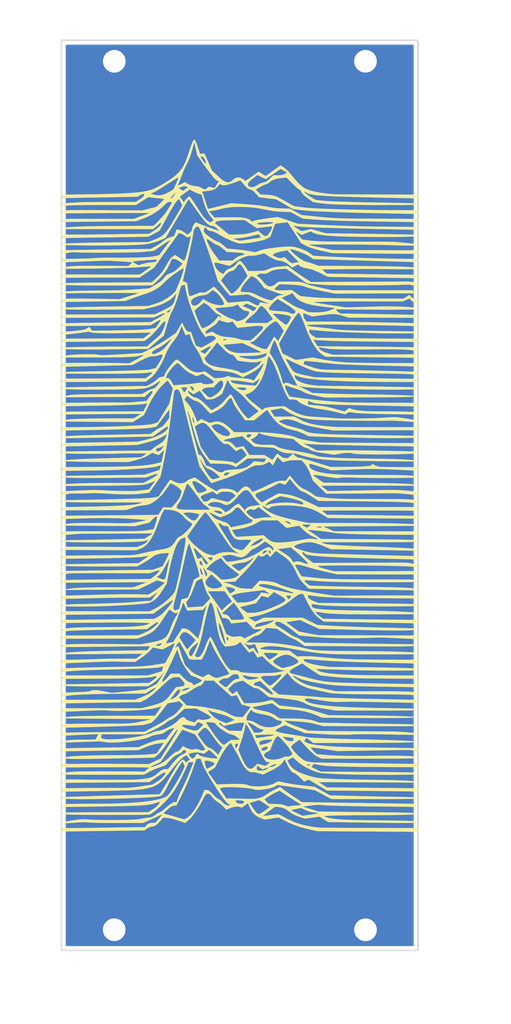
<source format=kicad_pcb>
(kicad_pcb (version 20171130) (host pcbnew "(5.1.6-0)")
  (layers (0 F.Cu signal) (31 B.Cu signal) (34 B.Paste user) (35 F.Paste user) (36 B.SilkS user) (37 F.SilkS user) (38 B.Mask user) (39 F.Mask user) (44 Edge.Cuts user))
  (net 0 "")
  (net 1 GND)
  (module panel_design:silkscreen (layer F.Cu) (at 93.11 100.21)
    (fp_text reference G*** hide)
    (fp_text value LOGO hide)
  )
  (module Mounting_Holes:MountingHole_3.2mm_M3_DIN965_Pad (layer F.Cu) (at 110.89 38.97)
    (fp_text reference H2 hide)
    (fp_text value MountingHole_Pad)
    (pad 1 thru_hole circle (at 0 0) (size 4.2 4.2) (drill 3.2) (layers *.Cu *.Mask) (net 1 GND))
  )
  (module Mounting_Holes:MountingHole_3.2mm_M3_DIN965_Pad (layer F.Cu) (at 75.39 38.98)
    (fp_text reference H1 hide)
    (fp_text value MountingHole_Pad)
    (pad 1 thru_hole circle (at 0 0) (size 4.2 4.2) (drill 3.2) (layers *.Cu *.Mask) (net 1 GND))
  )
  (module Mounting_Holes:MountingHole_3.2mm_M3_DIN965_Pad (layer F.Cu) (at 110.89 161.5)
    (fp_text reference H4 hide)
    (fp_text value MountingHole_Pad)
    (pad 1 thru_hole circle (at 0 0) (size 4.2 4.2) (drill 3.2) (layers *.Cu *.Mask) (net 1 GND))
  )
  (module Mounting_Holes:MountingHole_3.2mm_M3_DIN965_Pad (layer F.Cu) (at 75.38 161.49)
    (fp_text reference H3 hide)
    (fp_text value MountingHole_Pad)
    (pad 1 thru_hole circle (at 0 0) (size 4.2 4.2) (drill 3.2) (layers *.Cu *.Mask) (net 1 GND))
  )
  (gr_line (start 67.928073 164.401939) (end 67.928073 36.023889) (layer Edge.Cuts) (width 0.2))
  (gr_line (start 118.306125 164.401939) (end 67.928073 164.401939) (layer Edge.Cuts) (width 0.2))
  (gr_line (start 118.306125 36.023889) (end 118.306125 164.401939) (layer Edge.Cuts) (width 0.2))
  (gr_line (start 67.928073 36.023889) (end 118.306125 36.023889) (layer Edge.Cuts) (width 0.2))
  (zone (net 1) (net_name GND) (layer F.Cu) (connect_pads yes (clearance 0.508)) (min_thickness 0.254) (fill yes (arc_segments 32) (thermal_gap 0.508) (thermal_bridge_width 0.508))
    (polygon (pts (xy 130.62 174.78) (xy 60.92 174.78) (xy 59.24 30.33) (xy 131.46 30.33)))
  )
  (zone (net 1) (net_name GND) (layer B.Cu) (connect_pads yes (clearance 0.508)) (min_thickness 0.254) (fill yes (arc_segments 32) (thermal_gap 0.508) (thermal_bridge_width 0.508))
    (polygon (pts (xy 130.62 174.78) (xy 60.92 174.78) (xy 59.24 30.33) (xy 131.46 30.33)))
  )
)
</source>
